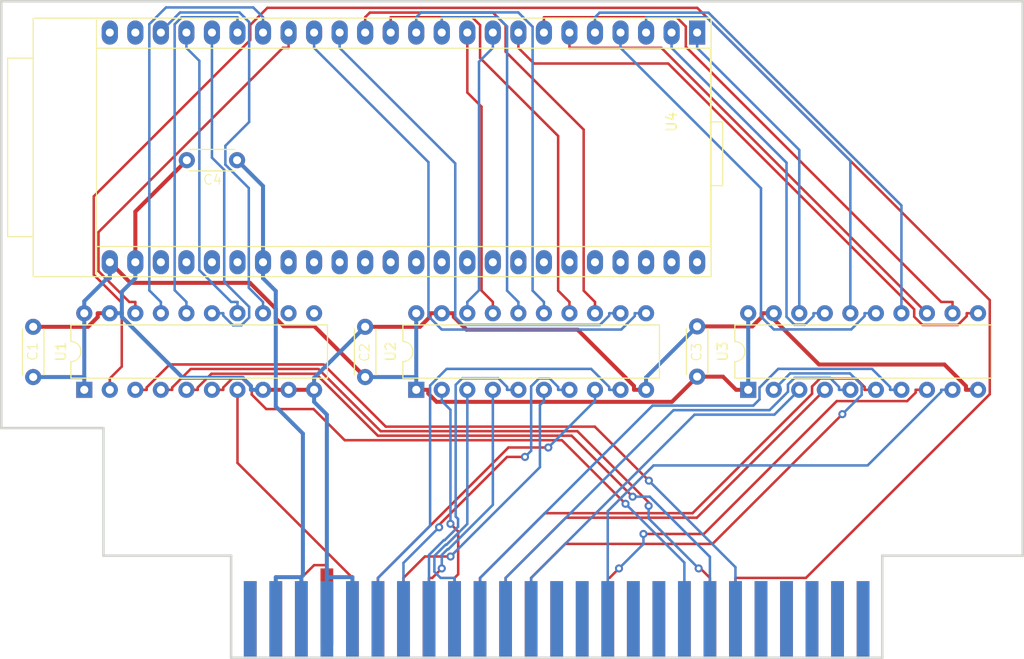
<source format=kicad_pcb>
(kicad_pcb (version 20211014) (generator pcbnew)
  (title_block (title "MSX-IDE 2021") (date "2021-08-05") (company "MSXmakers"))
  (layers (0 "F.Cu" signal "Top") (31 "B.Cu" signal "Bottom") (34 "B.Paste" user) (35 "F.Paste" user) (36 "B.SilkS" user "B.Silkscreen") (37 "F.SilkS" user "F.Silkscreen") (38 "B.Mask" user) (39 "F.Mask" user) (44 "Edge.Cuts" user))
  (net 0 "")
  (net 1 "+3.3V")
  (net 2 "GND")
  (net 5 "Net-(U1-Pad13)")
  (net 6 "Net-(U1-Pad14)")
  (net 7 "Net-(U1-Pad15)")
  (net 8 "Net-(U1-Pad16)")
  (net 9 "Net-(U1-Pad17)")
  (net 10 "Net-(U1-Pad18)")
  (net 11 "Net-(U2-Pad11)")
  (net 12 "Net-(U2-Pad12)")
  (net 13 "Net-(U2-Pad13)")
  (net 14 "Net-(U2-Pad14)")
  (net 15 "Net-(U2-Pad15)")
  (net 16 "Net-(U2-Pad16)")
  (net 17 "Net-(U2-Pad17)")
  (net 18 "Net-(U2-Pad18)")
  (net 19 "Net-(U3-Pad11)")
  (net 20 "Net-(U3-Pad12)")
  (net 21 "Net-(U3-Pad13)")
  (net 22 "Net-(U3-Pad14)")
  (net 23 "Net-(U3-Pad15)")
  (net 24 "Net-(U3-Pad16)")
  (net 25 "Net-(U3-Pad17)")
  (net 26 "Net-(U3-Pad18)")
  (net 33 "+5V")
  (net 45 "Net-(CON1-Pad44)")
  (net 71 "A0")
  (net 75 "MERQ")
  (net 76 "IORQ")
  (net 77 "RD")
  (net 78 "WR")
  (net 79 "RESET")
  (net 80 "CLOCK")
  (net 81 "D0")
  (net 82 "D1")
  (net 83 "D2")
  (net 84 "D3")
  (net 85 "D4")
  (net 86 "D5")
  (net 87 "D6")
  (net 88 "D7")
  (net 89 "A1")
  (net 90 "A2")
  (net 91 "A3")
  (net 92 "A4")
  (net 93 "A5")
  (net 94 "A6")
  (net 95 "A7")
  (footprint "Mis_huellas:C_Disc_D4.3mm_W1.9mm_P5.00mm" (layer "F.Cu") (at 125.73 115.53 90)
    (fp_text reference "C3")
    (fp_text value "100n" hide)
  )
  (footprint "Mis_huellas:C_Disc_D4.3mm_W1.9mm_P5.00mm" (layer "F.Cu") (at 59.69 115.57 90)
    (fp_text reference "C1")
    (fp_text value "100n" hide)
  )
  (footprint "Package_DIP:DIP-20_W7.62mm" (layer "F.Cu") (at 64.77 116.84 90)
    (fp_text reference "U1")
    (fp_text value "SN74LVC245AN")
  )
  (footprint "Mis_huellas:CARTRIDGE_MSX" (layer "F.Cu") (at 111.76 139.065)
    (fp_text reference "CON1" hide)
    (fp_text value "MSX-CONNECTOR" hide)
    (fp_line (start 32.385 -5.715) (end 32.385 4.445) (layer "Edge.Cuts") (width 0.254))
    (fp_line (start -32.385 4.445) (end -32.385 -5.715) (layer "Edge.Cuts") (width 0.254))
    (fp_line (start -55.245 -18.415) (end -55.245 -60.9) (layer "Edge.Cuts") (width 0.254))
    (fp_line (start 46.355 -60.9) (end 46.355 -5.715) (layer "Edge.Cuts") (width 0.254))
    (fp_line (start 46.355 -5.715) (end 32.385 -5.715) (layer "Edge.Cuts") (width 0.254))
    (fp_line (start 32.385 4.445) (end -32.385 4.445) (layer "Edge.Cuts") (width 0.254))
    (fp_line (start -55.24 -60.9) (end 46.35 -60.9) (layer "Edge.Cuts") (width 0.254))
    (fp_line (start -32.385 -5.715) (end -45.085 -5.715) (layer "Edge.Cuts") (width 0.254))
    (fp_line (start -45.085 -5.715) (end -45.085 -18.415) (layer "Edge.Cuts") (width 0.254))
    (fp_line (start -45.085 -18.415) (end -55.245 -18.415) (layer "Edge.Cuts") (width 0.254))
  )
  (footprint "Mis_huellas:Tang_Nano_9k" (layer "F.Cu") (at 125.73 81.28 -90)
    (fp_text reference "U4")
    (fp_text value "Tang_Nano_9k")
  )
  (footprint "Mis_huellas:C_Disc_D4.3mm_W1.9mm_P5.00mm" (layer "F.Cu") (at 92.71 115.57 90)
    (fp_text reference "C2")
    (fp_text value "100n" hide)
  )
  (footprint "Mis_huellas:C_Disc_D4.3mm_W1.9mm_P5.00mm" (layer "F.Cu") (at 79.97 93.98 180)
    (fp_text reference "C4")
    (fp_text value "100n" hide)
  )
  (footprint "Package_DIP:DIP-20_W7.62mm" (layer "F.Cu") (at 130.81 116.84 90)
    (fp_text reference "U3")
    (fp_text value "SN74LVC245AN")
  )
  (footprint "Package_DIP:DIP-20_W7.62mm" (layer "F.Cu") (at 97.79 116.84 90)
    (fp_text reference "U2")
    (fp_text value "SN74LVC245AN")
  )
  (segment (start 97.79 116.84) (end 98.9901 116.84) (width 0.4) (layer "F.Cu") (net 1))
  (segment (start 129.61 116.84) (end 128.3 115.53) (width 0.4) (layer "F.Cu") (net 1))
  (segment (start 84.606 110.512) (end 83.82 109.726) (width 0.4) (layer "F.Cu") (net 1))
  (segment (start 83.82 109.726) (end 83.82 108.766) (width 0.4) (layer "F.Cu") (net 1))
  (segment (start 123.22 118.04) (end 125.73 115.53) (width 0.4) (layer "F.Cu") (net 1))
  (segment (start 98.9901 116.84) (end 98.9901 117.215) (width 0.4) (layer "F.Cu") (net 1))
  (segment (start 128.3 115.53) (end 125.73 115.53) (width 0.4) (layer "F.Cu") (net 1))
  (segment (start 69.3649 106.195) (end 67.31 104.14) (width 0.4) (layer "F.Cu") (net 1))
  (segment (start 81.2487 106.195) (end 69.3649 106.195) (width 0.4) (layer "F.Cu") (net 1))
  (segment (start 99.8151 118.04) (end 123.22 118.04) (width 0.4) (layer "F.Cu") (net 1))
  (segment (start 130.81 116.84) (end 129.61 116.84) (width 0.4) (layer "F.Cu") (net 1))
  (segment (start 83.82 108.766) (end 81.2487 106.195) (width 0.4) (layer "F.Cu") (net 1))
  (segment (start 87.6519 110.512) (end 84.606 110.512) (width 0.4) (layer "F.Cu") (net 1))
  (segment (start 98.9901 117.215) (end 99.8151 118.04) (width 0.4) (layer "F.Cu") (net 1))
  (segment (start 92.71 115.57) (end 87.6519 110.512) (width 0.4) (layer "F.Cu") (net 1))
  (segment (start 67.31 104.14) (end 67.31 105.74) (width 0.4) (layer "B.Cu") (net 1))
  (segment (start 67.0498 105.74) (end 64.77 108.02) (width 0.4) (layer "B.Cu") (net 1))
  (segment (start 64.77 109.22) (end 64.77 115.57) (width 0.4) (layer "B.Cu") (net 1))
  (segment (start 97.79 115.57) (end 97.79 116.84) (width 0.4) (layer "B.Cu") (net 1))
  (segment (start 67.31 105.74) (end 67.0498 105.74) (width 0.4) (layer "B.Cu") (net 1))
  (segment (start 130.81 109.22) (end 130.81 116.84) (width 0.4) (layer "B.Cu") (net 1))
  (segment (start 97.79 109.22) (end 97.79 115.57) (width 0.4) (layer "B.Cu") (net 1))
  (segment (start 97.79 115.57) (end 92.71 115.57) (width 0.4) (layer "B.Cu") (net 1))
  (segment (start 64.77 115.57) (end 59.69 115.57) (width 0.4) (layer "B.Cu") (net 1))
  (segment (start 64.77 115.57) (end 64.77 116.84) (width 0.4) (layer "B.Cu") (net 1))
  (segment (start 64.77 108.02) (end 64.77 109.22) (width 0.4) (layer "B.Cu") (net 1))
  (segment (start 69.85 104.14) (end 69.85 99.1) (width 0.4) (layer "F.Cu") (net 2))
  (segment (start 100.33 109.22) (end 101.53 109.22) (width 0.4) (layer "F.Cu") (net 2))
  (segment (start 65.1349 110.57) (end 59.69 110.57) (width 0.4) (layer "F.Cu") (net 2))
  (segment (start 132.15 109.593) (end 132.15 109.22) (width 0.4) (layer "F.Cu") (net 2))
  (segment (start 125.73 110.53) (end 131.213 110.53) (width 0.4) (layer "F.Cu") (net 2))
  (segment (start 152.47 116.467) (end 150.326 114.323) (width 0.4) (layer "F.Cu") (net 2))
  (segment (start 102.789 110.852) (end 113.837 110.852) (width 0.4) (layer "F.Cu") (net 2))
  (segment (start 87.63 116.84) (end 85.09 116.84) (width 0.4) (layer "F.Cu") (net 2))
  (segment (start 99.1299 109.595) (end 98.1549 110.57) (width 0.4) (layer "F.Cu") (net 2))
  (segment (start 66.1099 109.595) (end 65.1349 110.57) (width 0.4) (layer "F.Cu") (net 2))
  (segment (start 101.53 109.593) (end 102.789 110.852) (width 0.4) (layer "F.Cu") (net 2))
  (segment (start 131.213 110.53) (end 132.15 109.593) (width 0.4) (layer "F.Cu") (net 2))
  (segment (start 85.09 116.84) (end 82.55 116.84) (width 0.4) (layer "F.Cu") (net 2))
  (segment (start 119.45 116.465) (end 119.45 116.84) (width 0.4) (layer "F.Cu") (net 2))
  (segment (start 67.31 109.22) (end 66.1099 109.22) (width 0.4) (layer "F.Cu") (net 2))
  (segment (start 153.67 116.84) (end 152.47 116.84) (width 0.4) (layer "F.Cu") (net 2))
  (segment (start 113.837 110.852) (end 119.45 116.465) (width 0.4) (layer "F.Cu") (net 2))
  (segment (start 150.326 114.323) (end 137.853 114.323) (width 0.4) (layer "F.Cu") (net 2))
  (segment (start 98.1549 110.57) (end 92.71 110.57) (width 0.4) (layer "F.Cu") (net 2))
  (segment (start 137.853 114.323) (end 132.75 109.22) (width 0.4) (layer "F.Cu") (net 2))
  (segment (start 119.45 116.84) (end 120.65 116.84) (width 0.4) (layer "F.Cu") (net 2))
  (segment (start 66.1099 109.22) (end 66.1099 109.595) (width 0.4) (layer "F.Cu") (net 2))
  (segment (start 152.47 116.84) (end 152.47 116.467) (width 0.4) (layer "F.Cu") (net 2))
  (segment (start 99.1299 109.22) (end 99.1299 109.595) (width 0.4) (layer "F.Cu") (net 2))
  (segment (start 100.33 109.22) (end 99.1299 109.22) (width 0.4) (layer "F.Cu") (net 2))
  (segment (start 132.15 109.22) (end 132.75 109.22) (width 0.4) (layer "F.Cu") (net 2))
  (segment (start 69.85 99.1) (end 74.97 93.98) (width 0.4) (layer "F.Cu") (net 2))
  (segment (start 101.53 109.22) (end 101.53 109.593) (width 0.4) (layer "F.Cu") (net 2))
  (segment (start 133.35 109.22) (end 132.75 109.22) (width 0.4) (layer "F.Cu") (net 2))
  (segment (start 120.65 116.84) (end 120.65 115.61) (width 0.4) (layer "B.Cu") (net 2))
  (segment (start 87.63 116.84) (end 87.63 115.64) (width 0.4) (layer "B.Cu") (net 2))
  (segment (start 68.5101 107.08) (end 68.5101 109.22) (width 0.4) (layer "B.Cu") (net 2))
  (segment (start 91.44 135.49) (end 88.9 135.49) (width 0.4) (layer "B.Cu") (net 2))
  (segment (start 74.557 115.64) (end 68.5101 109.593) (width 0.4) (layer "B.Cu") (net 2))
  (segment (start 88.9 139.7) (end 88.9 135.49) (width 0.4) (layer "B.Cu") (net 2))
  (segment (start 81.3499 116.465) (end 80.5249 115.64) (width 0.4) (layer "B.Cu") (net 2))
  (segment (start 91.44 139.7) (end 91.44 135.49) (width 0.4) (layer "B.Cu") (net 2))
  (segment (start 69.85 105.74) (end 68.5101 107.08) (width 0.4) (layer "B.Cu") (net 2))
  (segment (start 68.5101 109.593) (end 68.5101 109.22) (width 0.4) (layer "B.Cu") (net 2))
  (segment (start 88.9 119.31) (end 87.63 118.04) (width 0.4) (layer "B.Cu") (net 2))
  (segment (start 67.31 109.22) (end 68.5101 109.22) (width 0.4) (layer "B.Cu") (net 2))
  (segment (start 87.63 118.04) (end 87.63 116.84) (width 0.4) (layer "B.Cu") (net 2))
  (segment (start 120.65 115.61) (end 125.73 110.53) (width 0.4) (layer "B.Cu") (net 2))
  (segment (start 87.63 115.64) (end 87.6401 115.64) (width 0.4) (layer "B.Cu") (net 2))
  (segment (start 80.5249 115.64) (end 74.557 115.64) (width 0.4) (layer "B.Cu") (net 2))
  (segment (start 69.85 104.14) (end 69.85 105.74) (width 0.4) (layer "B.Cu") (net 2))
  (segment (start 87.6401 115.64) (end 92.71 110.57) (width 0.4) (layer "B.Cu") (net 2))
  (segment (start 88.9 135.49) (end 88.9 119.31) (width 0.4) (layer "B.Cu") (net 2))
  (segment (start 81.3499 116.84) (end 81.3499 116.465) (width 0.4) (layer "B.Cu") (net 2))
  (segment (start 82.55 116.84) (end 81.3499 116.84) (width 0.4) (layer "B.Cu") (net 2))
  (segment (start 82.55 108.095) (end 81.1352 106.68) (width 0.25) (layer "B.Cu") (net 5))
  (segment (start 81.1352 106.68) (end 81.1352 96.7585) (width 0.25) (layer "B.Cu") (net 5))
  (segment (start 81.1715 90.1853) (end 81.1715 80.2415) (width 0.25) (layer "B.Cu") (net 5))
  (segment (start 81.1352 96.7585) (end 78.8035 94.4268) (width 0.25) (layer "B.Cu") (net 5))
  (segment (start 82.55 109.22) (end 82.55 108.095) (width 0.25) (layer "B.Cu") (net 5))
  (segment (start 81.1715 80.2415) (end 80.2093 79.2793) (width 0.25) (layer "B.Cu") (net 5))
  (segment (start 78.8035 92.5533) (end 81.1715 90.1853) (width 0.25) (layer "B.Cu") (net 5))
  (segment (start 74.2939 79.2793) (end 72.39 81.1832) (width 0.25) (layer "B.Cu") (net 5))
  (segment (start 72.39 81.1832) (end 72.39 81.28) (width 0.25) (layer "B.Cu") (net 5))
  (segment (start 78.8035 94.4268) (end 78.8035 92.5533) (width 0.25) (layer "B.Cu") (net 5))
  (segment (start 80.2093 79.2793) (end 74.2939 79.2793) (width 0.25) (layer "B.Cu") (net 5))
  (segment (start 76.218 104.934) (end 76.218 84.0931) (width 0.25) (layer "B.Cu") (net 6))
  (segment (start 80.01 108.095) (end 79.379 108.095) (width 0.25) (layer "B.Cu") (net 6))
  (segment (start 79.379 108.095) (end 76.218 104.934) (width 0.25) (layer "B.Cu") (net 6))
  (segment (start 76.218 84.0931) (end 74.93 82.8051) (width 0.25) (layer "B.Cu") (net 6))
  (segment (start 74.93 82.8051) (end 74.93 81.28) (width 0.25) (layer "B.Cu") (net 6))
  (segment (start 80.01 109.22) (end 80.01 108.095) (width 0.25) (layer "B.Cu") (net 6))
  (segment (start 79.5593 110.417) (end 78.5951 109.453) (width 0.25) (layer "B.Cu") (net 7))
  (segment (start 77.47 93.7299) (end 78.691 94.9509) (width 0.25) (layer "B.Cu") (net 7))
  (segment (start 77.47 81.28) (end 77.47 93.7299) (width 0.25) (layer "B.Cu") (net 7))
  (segment (start 78.691 106.101) (end 81.1715 108.582) (width 0.25) (layer "B.Cu") (net 7))
  (segment (start 78.5951 109.453) (end 78.5951 109.22) (width 0.25) (layer "B.Cu") (net 7))
  (segment (start 78.5951 109.22) (end 77.47 109.22) (width 0.25) (layer "B.Cu") (net 7))
  (segment (start 81.1715 109.65) (end 80.4042 110.417) (width 0.25) (layer "B.Cu") (net 7))
  (segment (start 80.4042 110.417) (end 79.5593 110.417) (width 0.25) (layer "B.Cu") (net 7))
  (segment (start 78.691 94.9509) (end 78.691 106.101) (width 0.25) (layer "B.Cu") (net 7))
  (segment (start 81.1715 108.582) (end 81.1715 109.65) (width 0.25) (layer "B.Cu") (net 7))
  (segment (start 74.93 109.22) (end 74.93 108.095) (width 0.25) (layer "B.Cu") (net 8))
  (segment (start 74.4637 79.7549) (end 80.01 79.7549) (width 0.25) (layer "B.Cu") (net 8))
  (segment (start 73.7617 106.927) (end 73.7617 80.4569) (width 0.25) (layer "B.Cu") (net 8))
  (segment (start 73.7617 80.4569) (end 74.4637 79.7549) (width 0.25) (layer "B.Cu") (net 8))
  (segment (start 80.01 79.7549) (end 80.01 81.28) (width 0.25) (layer "B.Cu") (net 8))
  (segment (start 74.93 108.095) (end 73.7617 106.927) (width 0.25) (layer "B.Cu") (net 8))
  (segment (start 71.2405 80.4383) (end 72.9003 78.7785) (width 0.25) (layer "B.Cu") (net 9))
  (segment (start 72.39 108.095) (end 71.2405 106.945) (width 0.25) (layer "B.Cu") (net 9))
  (segment (start 81.5736 78.7785) (end 82.55 79.7549) (width 0.25) (layer "B.Cu") (net 9))
  (segment (start 72.9003 78.7785) (end 81.5736 78.7785) (width 0.25) (layer "B.Cu") (net 9))
  (segment (start 71.2405 106.945) (end 71.2405 80.4383) (width 0.25) (layer "B.Cu") (net 9))
  (segment (start 82.55 79.7549) (end 82.55 81.28) (width 0.25) (layer "B.Cu") (net 9))
  (segment (start 72.39 109.22) (end 72.39 108.095) (width 0.25) (layer "B.Cu") (net 9))
  (segment (start 66.1848 101.138) (end 84.5181 82.8051) (width 0.25) (layer "F.Cu") (net 10))
  (segment (start 66.1848 105.03) (end 66.1848 101.138) (width 0.25) (layer "F.Cu") (net 10))
  (segment (start 84.5181 82.8051) (end 85.09 82.8051) (width 0.25) (layer "F.Cu") (net 10))
  (segment (start 69.85 109.22) (end 69.85 108.095) (width 0.25) (layer "F.Cu") (net 10))
  (segment (start 69.2497 108.095) (end 66.1848 105.03) (width 0.25) (layer "F.Cu") (net 10))
  (segment (start 69.85 108.095) (end 69.2497 108.095) (width 0.25) (layer "F.Cu") (net 10))
  (segment (start 85.09 82.8051) (end 85.09 81.28) (width 0.25) (layer "F.Cu") (net 10))
  (segment (start 118.182 110.844) (end 119.525 109.501) (width 0.25) (layer "B.Cu") (net 11))
  (segment (start 87.63 82.8051) (end 99.0055 94.1806) (width 0.25) (layer "B.Cu") (net 11))
  (segment (start 100.328 110.844) (end 118.182 110.844) (width 0.25) (layer "B.Cu") (net 11))
  (segment (start 119.525 109.22) (end 120.65 109.22) (width 0.25) (layer "B.Cu") (net 11))
  (segment (start 87.63 81.28) (end 87.63 82.8051) (width 0.25) (layer "B.Cu") (net 11))
  (segment (start 99.0055 94.1806) (end 99.0055 109.521) (width 0.25) (layer "B.Cu") (net 11))
  (segment (start 119.525 109.501) (end 119.525 109.22) (width 0.25) (layer "B.Cu") (net 11))
  (segment (start 99.0055 109.521) (end 100.328 110.844) (width 0.25) (layer "B.Cu") (net 11))
  (segment (start 102.431 110.379) (end 116.059 110.379) (width 0.25) (layer "B.Cu") (net 12))
  (segment (start 90.17 82.8051) (end 101.67 94.3055) (width 0.25) (layer "B.Cu") (net 12))
  (segment (start 116.059 110.379) (end 116.985 109.453) (width 0.25) (layer "B.Cu") (net 12))
  (segment (start 116.985 109.453) (end 116.985 109.22) (width 0.25) (layer "B.Cu") (net 12))
  (segment (start 101.67 94.3055) (end 101.67 109.618) (width 0.25) (layer "B.Cu") (net 12))
  (segment (start 90.17 81.28) (end 90.17 82.8051) (width 0.25) (layer "B.Cu") (net 12))
  (segment (start 116.985 109.22) (end 118.11 109.22) (width 0.25) (layer "B.Cu") (net 12))
  (segment (start 101.67 109.618) (end 102.431 110.379) (width 0.25) (layer "B.Cu") (net 12))
  (segment (start 92.71 79.7549) (end 93.174 79.2909) (width 0.25) (layer "F.Cu") (net 13))
  (segment (start 106.68 80.55) (end 106.68 83.178) (width 0.25) (layer "F.Cu") (net 13))
  (segment (start 105.421 79.2909) (end 106.68 80.55) (width 0.25) (layer "F.Cu") (net 13))
  (segment (start 106.68 83.178) (end 114.445 90.9429) (width 0.25) (layer "F.Cu") (net 13))
  (segment (start 115.57 108.095) (end 115.57 109.22) (width 0.25) (layer "F.Cu") (net 13))
  (segment (start 92.71 81.28) (end 92.71 79.7549) (width 0.25) (layer "F.Cu") (net 13))
  (segment (start 114.445 90.9429) (end 114.445 106.97) (width 0.25) (layer "F.Cu") (net 13))
  (segment (start 114.445 106.97) (end 115.57 108.095) (width 0.25) (layer "F.Cu") (net 13))
  (segment (start 93.174 79.2909) (end 105.421 79.2909) (width 0.25) (layer "F.Cu") (net 13))
  (segment (start 104.14 80.5387) (end 104.14 83.8091) (width 0.25) (layer "F.Cu") (net 14))
  (segment (start 111.905 91.574) (end 111.905 106.97) (width 0.25) (layer "F.Cu") (net 14))
  (segment (start 111.905 106.97) (end 113.03 108.095) (width 0.25) (layer "F.Cu") (net 14))
  (segment (start 95.25 81.28) (end 95.25 79.7549) (width 0.25) (layer "F.Cu") (net 14))
  (segment (start 113.03 108.095) (end 113.03 109.22) (width 0.25) (layer "F.Cu") (net 14))
  (segment (start 95.25 79.7549) (end 103.356 79.7549) (width 0.25) (layer "F.Cu") (net 14))
  (segment (start 103.356 79.7549) (end 104.14 80.5387) (width 0.25) (layer "F.Cu") (net 14))
  (segment (start 104.14 83.8091) (end 111.905 91.574) (width 0.25) (layer "F.Cu") (net 14))
  (segment (start 97.79 79.7549) (end 98.2713 79.2736) (width 0.25) (layer "B.Cu") (net 15))
  (segment (start 97.79 81.28) (end 97.79 79.7549) (width 0.25) (layer "B.Cu") (net 15))
  (segment (start 109.365 106.97) (end 110.49 108.095) (width 0.25) (layer "B.Cu") (net 15))
  (segment (start 110.49 108.095) (end 110.49 109.22) (width 0.25) (layer "B.Cu") (net 15))
  (segment (start 107.937 79.2736) (end 109.365 80.7018) (width 0.25) (layer "B.Cu") (net 15))
  (segment (start 98.2713 79.2736) (end 107.937 79.2736) (width 0.25) (layer "B.Cu") (net 15))
  (segment (start 109.365 80.7018) (end 109.365 106.97) (width 0.25) (layer "B.Cu") (net 15))
  (segment (start 106.825 80.6729) (end 106.825 106.97) (width 0.25) (layer "B.Cu") (net 16))
  (segment (start 100.33 79.7549) (end 105.907 79.7549) (width 0.25) (layer "B.Cu") (net 16))
  (segment (start 105.907 79.7549) (end 106.825 80.6729) (width 0.25) (layer "B.Cu") (net 16))
  (segment (start 106.825 106.97) (end 107.95 108.095) (width 0.25) (layer "B.Cu") (net 16))
  (segment (start 107.95 108.095) (end 107.95 109.22) (width 0.25) (layer "B.Cu") (net 16))
  (segment (start 100.33 81.28) (end 100.33 79.7549) (width 0.25) (layer "B.Cu") (net 16))
  (segment (start 104.285 88.6632) (end 102.87 87.2483) (width 0.25) (layer "F.Cu") (net 17))
  (segment (start 105.41 109.22) (end 105.41 108.095) (width 0.25) (layer "F.Cu") (net 17))
  (segment (start 104.285 106.97) (end 104.285 88.6632) (width 0.25) (layer "F.Cu") (net 17))
  (segment (start 105.41 108.095) (end 104.285 106.97) (width 0.25) (layer "F.Cu") (net 17))
  (segment (start 102.87 87.2483) (end 102.87 81.28) (width 0.25) (layer "F.Cu") (net 17))
  (segment (start 104.034 84.1811) (end 105.41 82.8051) (width 0.25) (layer "B.Cu") (net 18))
  (segment (start 102.87 109.22) (end 102.87 108.095) (width 0.25) (layer "B.Cu") (net 18))
  (segment (start 105.41 82.8051) (end 105.41 81.28) (width 0.25) (layer "B.Cu") (net 18))
  (segment (start 102.87 108.095) (end 104.034 106.931) (width 0.25) (layer "B.Cu") (net 18))
  (segment (start 104.034 106.931) (end 104.034 84.1811) (width 0.25) (layer "B.Cu") (net 18))
  (segment (start 107.95 82.8051) (end 109.506 84.3614) (width 0.25) (layer "F.Cu") (net 19))
  (segment (start 151.662 110.385) (end 152.545 109.501) (width 0.25) (layer "F.Cu") (net 19))
  (segment (start 122.852 84.3614) (end 147.32 108.83) (width 0.25) (layer "F.Cu") (net 19))
  (segment (start 147.32 109.565) (end 148.14 110.385) (width 0.25) (layer "F.Cu") (net 19))
  (segment (start 147.32 108.83) (end 147.32 109.565) (width 0.25) (layer "F.Cu") (net 19))
  (segment (start 148.14 110.385) (end 151.662 110.385) (width 0.25) (layer "F.Cu") (net 19))
  (segment (start 152.545 109.22) (end 153.67 109.22) (width 0.25) (layer "F.Cu") (net 19))
  (segment (start 109.506 84.3614) (end 122.852 84.3614) (width 0.25) (layer "F.Cu") (net 19))
  (segment (start 152.545 109.501) (end 152.545 109.22) (width 0.25) (layer "F.Cu") (net 19))
  (segment (start 107.95 81.28) (end 107.95 82.8051) (width 0.25) (layer "F.Cu") (net 19))
  (segment (start 124.605 80.6735) (end 124.605 82.6948) (width 0.25) (layer "F.Cu") (net 20))
  (segment (start 110.49 81.28) (end 110.49 79.7549) (width 0.25) (layer "F.Cu") (net 20))
  (segment (start 110.49 79.7549) (end 123.686 79.7549) (width 0.25) (layer "F.Cu") (net 20))
  (segment (start 150.005 108.095) (end 151.13 108.095) (width 0.25) (layer "F.Cu") (net 20))
  (segment (start 124.605 82.6948) (end 150.005 108.095) (width 0.25) (layer "F.Cu") (net 20))
  (segment (start 151.13 108.095) (end 151.13 109.22) (width 0.25) (layer "F.Cu") (net 20))
  (segment (start 123.686 79.7549) (end 124.605 80.6735) (width 0.25) (layer "F.Cu") (net 20))
  (segment (start 113.03 81.28) (end 113.03 82.8051) (width 0.25) (layer "F.Cu") (net 21))
  (segment (start 113.03 82.8051) (end 122.175 82.8051) (width 0.25) (layer "F.Cu") (net 21))
  (segment (start 122.175 82.8051) (end 148.59 109.22) (width 0.25) (layer "F.Cu") (net 21))
  (segment (start 115.57 81.28) (end 115.57 79.7549) (width 0.25) (layer "B.Cu") (net 22))
  (segment (start 126.856 79.2975) (end 146.05 98.4912) (width 0.25) (layer "B.Cu") (net 22))
  (segment (start 146.05 98.4912) (end 146.05 109.22) (width 0.25) (layer "B.Cu") (net 22))
  (segment (start 116.027 79.2975) (end 126.856 79.2975) (width 0.25) (layer "B.Cu") (net 22))
  (segment (start 115.57 79.7549) (end 116.027 79.2975) (width 0.25) (layer "B.Cu") (net 22))
  (segment (start 132.08 96.7751) (end 132.08 109.557) (width 0.25) (layer "B.Cu") (net 23))
  (segment (start 141.058 110.829) (end 142.385 109.501) (width 0.25) (layer "B.Cu") (net 23))
  (segment (start 142.385 109.22) (end 143.51 109.22) (width 0.25) (layer "B.Cu") (net 23))
  (segment (start 118.11 82.8051) (end 132.08 96.7751) (width 0.25) (layer "B.Cu") (net 23))
  (segment (start 142.385 109.501) (end 142.385 109.22) (width 0.25) (layer "B.Cu") (net 23))
  (segment (start 133.352 110.829) (end 141.058 110.829) (width 0.25) (layer "B.Cu") (net 23))
  (segment (start 132.08 109.557) (end 133.352 110.829) (width 0.25) (layer "B.Cu") (net 23))
  (segment (start 118.11 81.28) (end 118.11 82.8051) (width 0.25) (layer "B.Cu") (net 23))
  (segment (start 126.677 79.7549) (end 140.97 94.0478) (width 0.25) (layer "B.Cu") (net 24))
  (segment (start 120.65 81.28) (end 120.65 79.7549) (width 0.25) (layer "B.Cu") (net 24))
  (segment (start 140.97 94.0478) (end 140.97 109.22) (width 0.25) (layer "B.Cu") (net 24))
  (segment (start 120.65 79.7549) (end 126.677 79.7549) (width 0.25) (layer "B.Cu") (net 24))
  (segment (start 137.305 109.501) (end 137.305 109.22) (width 0.25) (layer "B.Cu") (net 25))
  (segment (start 134.62 109.578) (end 135.403 110.36) (width 0.25) (layer "B.Cu") (net 25))
  (segment (start 137.305 109.22) (end 138.43 109.22) (width 0.25) (layer "B.Cu") (net 25))
  (segment (start 135.403 110.36) (end 136.446 110.36) (width 0.25) (layer "B.Cu") (net 25))
  (segment (start 123.19 82.8051) (end 134.62 94.2351) (width 0.25) (layer "B.Cu") (net 25))
  (segment (start 134.62 94.2351) (end 134.62 109.578) (width 0.25) (layer "B.Cu") (net 25))
  (segment (start 123.19 81.28) (end 123.19 82.8051) (width 0.25) (layer "B.Cu") (net 25))
  (segment (start 136.446 110.36) (end 137.305 109.501) (width 0.25) (layer "B.Cu") (net 25))
  (segment (start 135.89 92.9651) (end 135.89 109.22) (width 0.25) (layer "B.Cu") (net 26))
  (segment (start 125.73 81.28) (end 125.73 82.8051) (width 0.25) (layer "B.Cu") (net 26))
  (segment (start 125.73 82.8051) (end 135.89 92.9651) (width 0.25) (layer "B.Cu") (net 26))
  (segment (start 86.5172 135.333) (end 86.36 135.49) (width 0.4) (layer "B.Cu") (net 33))
  (segment (start 83.82 107.01) (end 83.82 118.503) (width 0.4) (layer "B.Cu") (net 33))
  (segment (start 86.36 135.49) (end 86.36 139.7) (width 0.4) (layer "B.Cu") (net 33))
  (segment (start 83.82 139.7) (end 83.82 135.49) (width 0.4) (layer "B.Cu") (net 33))
  (segment (start 82.55 104.14) (end 82.55 105.74) (width 0.4) (layer "B.Cu") (net 33))
  (segment (start 83.82 118.503) (end 86.5172 121.2) (width 0.4) (layer "B.Cu") (net 33))
  (segment (start 82.55 105.74) (end 83.82 107.01) (width 0.4) (layer "B.Cu") (net 33))
  (segment (start 86.5172 121.2) (end 86.5172 135.333) (width 0.4) (layer "B.Cu") (net 33))
  (segment (start 82.55 104.14) (end 82.55 96.56) (width 0.4) (layer "B.Cu") (net 33))
  (segment (start 82.55 96.56) (end 79.97 93.98) (width 0.4) (layer "B.Cu") (net 33))
  (segment (start 83.82 135.49) (end 86.36 135.49) (width 0.4) (layer "B.Cu") (net 33))
  (segment (start 88.9 138.43) (end 88.9 134.295) (width 0.25) (layer "F.Cu") (net 45))
  (segment (start 88.9 134.295) (end 87.63 134.295) (width 0.25) (layer "F.Cu") (net 45))
  (segment (start 87.63 134.295) (end 86.36 135.565) (width 0.25) (layer "F.Cu") (net 45))
  (segment (start 86.36 135.565) (end 86.36 139.7) (width 0.25) (layer "F.Cu") (net 45))
  (segment (start 112.604 132.18) (end 109.22 135.565) (width 0.25) (layer "F.Cu") (net 71))
  (segment (start 140.176 119.266) (end 127.262 132.18) (width 0.25) (layer "F.Cu") (net 71))
  (segment (start 127.262 132.18) (end 112.604 132.18) (width 0.25) (layer "F.Cu") (net 71))
  (segment (start 109.22 135.565) (end 109.22 139.7) (width 0.25) (layer "F.Cu") (net 71))
  (via (at 140.176 119.266) (size 0.8) (drill 0.4) (layers "F.Cu" "B.Cu") (net 71))
  (segment (start 140.925 115.204) (end 142.095 116.374) (width 0.25) (layer "B.Cu") (net 71))
  (segment (start 142.095 117.348) (end 140.176 119.266) (width 0.25) (layer "B.Cu") (net 71))
  (segment (start 134.986 115.204) (end 140.925 115.204) (width 0.25) (layer "B.Cu") (net 71))
  (segment (start 142.095 116.374) (end 142.095 117.348) (width 0.25) (layer "B.Cu") (net 71))
  (segment (start 133.35 116.84) (end 134.986 115.204) (width 0.25) (layer "B.Cu") (net 71))
  (segment (start 68.5006 108.176) (end 65.7139 105.389) (width 0.25) (layer "F.Cu") (net 75))
  (segment (start 81.28 80.5233) (end 82.984 78.8193) (width 0.25) (layer "F.Cu") (net 75))
  (segment (start 81.28 82.0207) (end 81.28 80.5233) (width 0.25) (layer "F.Cu") (net 75))
  (segment (start 68.5006 114.524) (end 68.5006 108.176) (width 0.25) (layer "F.Cu") (net 75))
  (segment (start 125.743 78.8193) (end 154.839 107.915) (width 0.25) (layer "F.Cu") (net 75))
  (segment (start 67.31 116.84) (end 67.31 115.715) (width 0.25) (layer "F.Cu") (net 75))
  (segment (start 129.54 135.565) (end 129.54 139.7) (width 0.25) (layer "F.Cu") (net 75))
  (segment (start 65.7139 105.389) (end 65.7139 97.5868) (width 0.25) (layer "F.Cu") (net 75))
  (segment (start 65.7139 97.5868) (end 81.28 82.0207) (width 0.25) (layer "F.Cu") (net 75))
  (segment (start 136.55 135.565) (end 129.54 135.565) (width 0.25) (layer "F.Cu") (net 75))
  (segment (start 154.839 107.915) (end 154.839 117.276) (width 0.25) (layer "F.Cu") (net 75))
  (segment (start 154.839 117.276) (end 136.55 135.565) (width 0.25) (layer "F.Cu") (net 75))
  (segment (start 67.31 115.715) (end 68.5006 114.524) (width 0.25) (layer "F.Cu") (net 75))
  (segment (start 82.984 78.8193) (end 125.743 78.8193) (width 0.25) (layer "F.Cu") (net 75))
  (segment (start 120.928 125.884) (end 115.552 120.509) (width 0.25) (layer "F.Cu") (net 76))
  (segment (start 115.552 120.509) (end 94.7597 120.509) (width 0.25) (layer "F.Cu") (net 76))
  (segment (start 88.5679 114.317) (end 73.2649 114.317) (width 0.25) (layer "F.Cu") (net 76))
  (segment (start 73.2649 114.317) (end 70.9751 116.607) (width 0.25) (layer "F.Cu") (net 76))
  (segment (start 94.7597 120.509) (end 88.5679 114.317) (width 0.25) (layer "F.Cu") (net 76))
  (segment (start 70.9751 116.84) (end 69.85 116.84) (width 0.25) (layer "F.Cu") (net 76))
  (segment (start 70.9751 116.607) (end 70.9751 116.84) (width 0.25) (layer "F.Cu") (net 76))
  (via (at 120.928 125.884) (size 0.8) (drill 0.4) (layers "F.Cu" "B.Cu") (net 76))
  (segment (start 129.54 139.7) (end 129.54 134.497) (width 0.25) (layer "B.Cu") (net 76))
  (segment (start 129.54 134.497) (end 120.928 125.884) (width 0.25) (layer "B.Cu") (net 76))
  (segment (start 88.0633 114.767) (end 75.3547 114.767) (width 0.25) (layer "F.Cu") (net 77))
  (segment (start 73.5151 116.607) (end 73.5151 116.84) (width 0.25) (layer "F.Cu") (net 77))
  (segment (start 75.3547 114.767) (end 73.5151 116.607) (width 0.25) (layer "F.Cu") (net 77))
  (segment (start 94.255 120.959) (end 88.0633 114.767) (width 0.25) (layer "F.Cu") (net 77))
  (segment (start 73.5151 116.84) (end 72.39 116.84) (width 0.25) (layer "F.Cu") (net 77))
  (segment (start 127 135.565) (end 127 139.7) (width 0.25) (layer "F.Cu") (net 77))
  (segment (start 120.906 128.397) (end 120.906 128.046) (width 0.25) (layer "F.Cu") (net 77))
  (segment (start 126.055 134.62) (end 127 135.565) (width 0.25) (layer "F.Cu") (net 77))
  (segment (start 120.906 128.046) (end 113.819 120.959) (width 0.25) (layer "F.Cu") (net 77))
  (segment (start 125.882 134.62) (end 126.055 134.62) (width 0.25) (layer "F.Cu") (net 77))
  (segment (start 113.819 120.959) (end 94.255 120.959) (width 0.25) (layer "F.Cu") (net 77))
  (via (at 120.906 128.397) (size 0.8) (drill 0.4) (layers "F.Cu" "B.Cu") (net 77))
  (via (at 125.882 134.62) (size 0.8) (drill 0.4) (layers "F.Cu" "B.Cu") (net 77))
  (segment (start 120.906 128.397) (end 120.906 129.644) (width 0.25) (layer "B.Cu") (net 77))
  (segment (start 120.906 129.644) (end 125.882 134.62) (width 0.25) (layer "B.Cu") (net 77))
  (segment (start 93.9694 121.409) (end 87.8035 115.243) (width 0.25) (layer "F.Cu") (net 78))
  (segment (start 76.0551 116.84) (end 74.93 116.84) (width 0.25) (layer "F.Cu") (net 78))
  (segment (start 87.8035 115.243) (end 77.4188 115.243) (width 0.25) (layer "F.Cu") (net 78))
  (segment (start 113.244 121.409) (end 93.9694 121.409) (width 0.25) (layer "F.Cu") (net 78))
  (segment (start 77.4188 115.243) (end 76.0551 116.607) (width 0.25) (layer "F.Cu") (net 78))
  (segment (start 76.0551 116.607) (end 76.0551 116.84) (width 0.25) (layer "F.Cu") (net 78))
  (segment (start 119.314 127.479) (end 113.244 121.409) (width 0.25) (layer "F.Cu") (net 78))
  (via (at 119.314 127.479) (size 0.8) (drill 0.4) (layers "F.Cu" "B.Cu") (net 78))
  (segment (start 127 133.465) (end 127 139.7) (width 0.25) (layer "B.Cu") (net 78))
  (segment (start 119.314 127.479) (end 121.014 127.479) (width 0.25) (layer "B.Cu") (net 78))
  (segment (start 121.014 127.479) (end 127 133.465) (width 0.25) (layer "B.Cu") (net 78))
  (segment (start 112.279 121.859) (end 90.676 121.859) (width 0.25) (layer "F.Cu") (net 79))
  (segment (start 78.5951 116.607) (end 78.5951 116.84) (width 0.25) (layer "F.Cu") (net 79))
  (segment (start 118.606 128.186) (end 112.279 121.859) (width 0.25) (layer "F.Cu") (net 79))
  (segment (start 87.5743 118.757) (end 82.8712 118.757) (width 0.25) (layer "F.Cu") (net 79))
  (segment (start 90.676 121.859) (end 87.5743 118.757) (width 0.25) (layer "F.Cu") (net 79))
  (segment (start 79.4871 115.715) (end 78.5951 116.607) (width 0.25) (layer "F.Cu") (net 79))
  (segment (start 80.4841 115.715) (end 79.4871 115.715) (width 0.25) (layer "F.Cu") (net 79))
  (segment (start 78.5951 116.84) (end 77.47 116.84) (width 0.25) (layer "F.Cu") (net 79))
  (segment (start 81.4248 116.656) (end 80.4841 115.715) (width 0.25) (layer "F.Cu") (net 79))
  (segment (start 82.8712 118.757) (end 81.4248 117.311) (width 0.25) (layer "F.Cu") (net 79))
  (segment (start 81.4248 117.311) (end 81.4248 116.656) (width 0.25) (layer "F.Cu") (net 79))
  (via (at 118.606 128.186) (size 0.8) (drill 0.4) (layers "F.Cu" "B.Cu") (net 79))
  (segment (start 118.606 128.186) (end 124.46 134.04) (width 0.25) (layer "B.Cu") (net 79))
  (segment (start 124.46 134.04) (end 124.46 139.7) (width 0.25) (layer "B.Cu") (net 79))
  (segment (start 91.44 135.55) (end 80.01 124.12) (width 0.25) (layer "F.Cu") (net 80))
  (segment (start 91.44 139.7) (end 91.44 135.55) (width 0.25) (layer "F.Cu") (net 80))
  (segment (start 80.01 124.12) (end 80.01 116.84) (width 0.25) (layer "F.Cu") (net 80))
  (segment (start 101.963 130.949) (end 101.193 130.18) (width 0.25) (layer "F.Cu") (net 81))
  (segment (start 101.963 135.202) (end 101.963 130.949) (width 0.25) (layer "F.Cu") (net 81))
  (segment (start 101.6 139.7) (end 101.6 135.565) (width 0.25) (layer "F.Cu") (net 81))
  (segment (start 101.6 135.565) (end 101.963 135.202) (width 0.25) (layer "F.Cu") (net 81))
  (via (at 101.193 130.18) (size 0.8) (drill 0.4) (layers "F.Cu" "B.Cu") (net 81))
  (segment (start 101.193 118.828) (end 101.193 130.18) (width 0.25) (layer "B.Cu") (net 81))
  (segment (start 100.33 116.84) (end 100.33 117.965) (width 0.25) (layer "B.Cu") (net 81))
  (segment (start 100.33 117.965) (end 101.193 118.828) (width 0.25) (layer "B.Cu") (net 81))
  (segment (start 100.209 135.565) (end 101.6 135.565) (width 0.25) (layer "B.Cu") (net 82))
  (segment (start 101.6 135.565) (end 101.6 139.7) (width 0.25) (layer "B.Cu") (net 82))
  (segment (start 102.87 116.84) (end 102.87 130.193) (width 0.25) (layer "B.Cu") (net 82))
  (segment (start 100.806 132.258) (end 100.718 132.258) (width 0.25) (layer "B.Cu") (net 82))
  (segment (start 102.87 130.193) (end 100.806 132.258) (width 0.25) (layer "B.Cu") (net 82))
  (segment (start 99.5954 133.38) (end 99.5954 134.951) (width 0.25) (layer "B.Cu") (net 82))
  (segment (start 100.718 132.258) (end 99.5954 133.38) (width 0.25) (layer "B.Cu") (net 82))
  (segment (start 99.5954 134.951) (end 100.209 135.565) (width 0.25) (layer "B.Cu") (net 82))
  (segment (start 99.3851 135.565) (end 100.33 134.62) (width 0.25) (layer "F.Cu") (net 83))
  (segment (start 99.06 135.565) (end 99.3851 135.565) (width 0.25) (layer "F.Cu") (net 83))
  (segment (start 99.06 139.7) (end 99.06 135.565) (width 0.25) (layer "F.Cu") (net 83))
  (via (at 100.33 134.62) (size 0.8) (drill 0.4) (layers "F.Cu" "B.Cu") (net 83))
  (segment (start 105.41 116.84) (end 105.41 128.29) (width 0.25) (layer "B.Cu") (net 83))
  (segment (start 100.992 132.708) (end 100.905 132.708) (width 0.25) (layer "B.Cu") (net 83))
  (segment (start 105.41 128.29) (end 100.992 132.708) (width 0.25) (layer "B.Cu") (net 83))
  (segment (start 100.905 132.708) (end 100.33 133.282) (width 0.25) (layer "B.Cu") (net 83))
  (segment (start 100.33 133.282) (end 100.33 134.62) (width 0.25) (layer "B.Cu") (net 83))
  (segment (start 100.619 131.807) (end 100.532 131.807) (width 0.25) (layer "B.Cu") (net 84))
  (segment (start 106.825 116.84) (end 106.825 116.559) (width 0.25) (layer "B.Cu") (net 84))
  (segment (start 102.366 115.694) (end 101.712 116.348) (width 0.25) (layer "B.Cu") (net 84))
  (segment (start 99.06 133.279) (end 99.06 139.7) (width 0.25) (layer "B.Cu") (net 84))
  (segment (start 101.712 129.454) (end 101.949 129.691) (width 0.25) (layer "B.Cu") (net 84))
  (segment (start 101.949 129.691) (end 101.949 130.478) (width 0.25) (layer "B.Cu") (net 84))
  (segment (start 105.961 115.694) (end 102.366 115.694) (width 0.25) (layer "B.Cu") (net 84))
  (segment (start 106.825 116.559) (end 105.961 115.694) (width 0.25) (layer "B.Cu") (net 84))
  (segment (start 101.949 130.478) (end 100.619 131.807) (width 0.25) (layer "B.Cu") (net 84))
  (segment (start 107.95 116.84) (end 106.825 116.84) (width 0.25) (layer "B.Cu") (net 84))
  (segment (start 100.532 131.807) (end 99.06 133.279) (width 0.25) (layer "B.Cu") (net 84))
  (segment (start 101.712 116.348) (end 101.712 129.454) (width 0.25) (layer "B.Cu") (net 84))
  (segment (start 96.52 139.7) (end 96.52 135.565) (width 0.25) (layer "F.Cu") (net 85))
  (segment (start 98.6522 133.433) (end 101.205 133.433) (width 0.25) (layer "F.Cu") (net 85))
  (segment (start 96.52 135.565) (end 98.6522 133.433) (width 0.25) (layer "F.Cu") (net 85))
  (via (at 101.205 133.433) (size 0.8) (drill 0.4) (layers "F.Cu" "B.Cu") (net 85))
  (segment (start 110.49 116.84) (end 110.49 117.965) (width 0.25) (layer "B.Cu") (net 85))
  (segment (start 110.093 118.362) (end 110.093 124.544) (width 0.25) (layer "B.Cu") (net 85))
  (segment (start 110.49 117.965) (end 110.093 118.362) (width 0.25) (layer "B.Cu") (net 85))
  (segment (start 110.093 124.544) (end 101.205 133.433) (width 0.25) (layer "B.Cu") (net 85))
  (segment (start 106.826 123.52) (end 100.066 130.281) (width 0.25) (layer "F.Cu") (net 86))
  (segment (start 100.066 130.281) (end 100.066 130.525) (width 0.25) (layer "F.Cu") (net 86))
  (segment (start 108.607 123.52) (end 106.826 123.52) (width 0.25) (layer "F.Cu") (net 86))
  (via (at 100.066 130.525) (size 0.8) (drill 0.4) (layers "F.Cu" "B.Cu") (net 86))
  (via (at 108.607 123.52) (size 0.8) (drill 0.4) (layers "F.Cu" "B.Cu") (net 86))
  (segment (start 111.905 116.84) (end 111.905 116.559) (width 0.25) (layer "B.Cu") (net 86))
  (segment (start 111.055 115.708) (end 110.004 115.708) (width 0.25) (layer "B.Cu") (net 86))
  (segment (start 109.22 122.908) (end 108.607 123.52) (width 0.25) (layer "B.Cu") (net 86))
  (segment (start 96.52 139.7) (end 96.52 134.07) (width 0.25) (layer "B.Cu") (net 86))
  (segment (start 113.03 116.84) (end 111.905 116.84) (width 0.25) (layer "B.Cu") (net 86))
  (segment (start 110.004 115.708) (end 109.22 116.493) (width 0.25) (layer "B.Cu") (net 86))
  (segment (start 109.22 116.493) (end 109.22 122.908) (width 0.25) (layer "B.Cu") (net 86))
  (segment (start 96.52 134.07) (end 100.066 130.525) (width 0.25) (layer "B.Cu") (net 86))
  (segment (start 111.905 116.559) (end 111.055 115.708) (width 0.25) (layer "B.Cu") (net 86))
  (segment (start 106.961 122.584) (end 110.923 122.584) (width 0.25) (layer "F.Cu") (net 87))
  (segment (start 93.98 139.7) (end 93.98 135.565) (width 0.25) (layer "F.Cu") (net 87))
  (segment (start 93.98 135.565) (end 106.961 122.584) (width 0.25) (layer "F.Cu") (net 87))
  (via (at 110.923 122.584) (size 0.8) (drill 0.4) (layers "F.Cu" "B.Cu") (net 87))
  (segment (start 115.57 117.965) (end 115.542 117.965) (width 0.25) (layer "B.Cu") (net 87))
  (segment (start 115.57 116.84) (end 115.57 117.965) (width 0.25) (layer "B.Cu") (net 87))
  (segment (start 115.542 117.965) (end 110.923 122.584) (width 0.25) (layer "B.Cu") (net 87))
  (segment (start 115.184 114.758) (end 116.985 116.559) (width 0.25) (layer "B.Cu") (net 88))
  (segment (start 116.985 116.84) (end 118.11 116.84) (width 0.25) (layer "B.Cu") (net 88))
  (segment (start 99.1681 130.377) (end 99.1681 116.405) (width 0.25) (layer "B.Cu") (net 88))
  (segment (start 100.815 114.758) (end 115.184 114.758) (width 0.25) (layer "B.Cu") (net 88))
  (segment (start 93.98 139.7) (end 93.98 135.565) (width 0.25) (layer "B.Cu") (net 88))
  (segment (start 99.1681 116.405) (end 100.815 114.758) (width 0.25) (layer "B.Cu") (net 88))
  (segment (start 116.985 116.559) (end 116.985 116.84) (width 0.25) (layer "B.Cu") (net 88))
  (segment (start 93.98 135.565) (end 99.1681 130.377) (width 0.25) (layer "B.Cu") (net 88))
  (segment (start 133.414 119.316) (end 135.89 116.84) (width 0.25) (layer "B.Cu") (net 89))
  (segment (start 125.469 119.316) (end 133.414 119.316) (width 0.25) (layer "B.Cu") (net 89))
  (segment (start 109.22 139.7) (end 109.22 135.565) (width 0.25) (layer "B.Cu") (net 89))
  (segment (start 109.22 135.565) (end 125.469 119.316) (width 0.25) (layer "B.Cu") (net 89))
  (segment (start 106.68 135.565) (end 112.672 129.572) (width 0.25) (layer "F.Cu") (net 90))
  (segment (start 125.698 129.572) (end 138.43 116.84) (width 0.25) (layer "F.Cu") (net 90))
  (segment (start 106.68 139.7) (end 106.68 135.565) (width 0.25) (layer "F.Cu") (net 90))
  (segment (start 112.672 129.572) (end 125.698 129.572) (width 0.25) (layer "F.Cu") (net 90))
  (segment (start 140.97 116.84) (end 139.845 116.84) (width 0.25) (layer "B.Cu") (net 91))
  (segment (start 138.94 115.654) (end 135.417 115.654) (width 0.25) (layer "B.Cu") (net 91))
  (segment (start 123.379 118.866) (end 106.68 135.565) (width 0.25) (layer "B.Cu") (net 91))
  (segment (start 134.765 116.306) (end 134.765 117.032) (width 0.25) (layer "B.Cu") (net 91))
  (segment (start 139.845 116.84) (end 139.845 116.559) (width 0.25) (layer "B.Cu") (net 91))
  (segment (start 134.765 117.032) (end 132.931 118.866) (width 0.25) (layer "B.Cu") (net 91))
  (segment (start 139.845 116.559) (end 138.94 115.654) (width 0.25) (layer "B.Cu") (net 91))
  (segment (start 106.68 135.565) (end 106.68 139.7) (width 0.25) (layer "B.Cu") (net 91))
  (segment (start 135.417 115.654) (end 134.765 116.306) (width 0.25) (layer "B.Cu") (net 91))
  (segment (start 132.931 118.866) (end 123.379 118.866) (width 0.25) (layer "B.Cu") (net 91))
  (segment (start 137.16 117.232) (end 125.27 129.122) (width 0.25) (layer "F.Cu") (net 92))
  (segment (start 143.51 116.84) (end 142.385 116.84) (width 0.25) (layer "F.Cu") (net 92))
  (segment (start 141.531 115.704) (end 137.963 115.704) (width 0.25) (layer "F.Cu") (net 92))
  (segment (start 142.385 116.84) (end 142.385 116.559) (width 0.25) (layer "F.Cu") (net 92))
  (segment (start 104.14 135.565) (end 104.14 139.7) (width 0.25) (layer "F.Cu") (net 92))
  (segment (start 110.583 129.122) (end 104.14 135.565) (width 0.25) (layer "F.Cu") (net 92))
  (segment (start 125.27 129.122) (end 110.583 129.122) (width 0.25) (layer "F.Cu") (net 92))
  (segment (start 137.963 115.704) (end 137.16 116.507) (width 0.25) (layer "F.Cu") (net 92))
  (segment (start 137.16 116.507) (end 137.16 117.232) (width 0.25) (layer "F.Cu") (net 92))
  (segment (start 142.385 116.559) (end 141.531 115.704) (width 0.25) (layer "F.Cu") (net 92))
  (segment (start 131.316 118.415) (end 121.29 118.415) (width 0.25) (layer "B.Cu") (net 93))
  (segment (start 131.935 116.618) (end 131.935 117.796) (width 0.25) (layer "B.Cu") (net 93))
  (segment (start 146.05 116.84) (end 144.925 116.84) (width 0.25) (layer "B.Cu") (net 93))
  (segment (start 121.29 118.415) (end 104.14 135.565) (width 0.25) (layer "B.Cu") (net 93))
  (segment (start 133.799 114.754) (end 131.935 116.618) (width 0.25) (layer "B.Cu") (net 93))
  (segment (start 131.935 117.796) (end 131.316 118.415) (width 0.25) (layer "B.Cu") (net 93))
  (segment (start 104.14 135.565) (end 104.14 139.7) (width 0.25) (layer "B.Cu") (net 93))
  (segment (start 143.12 114.754) (end 133.799 114.754) (width 0.25) (layer "B.Cu") (net 93))
  (segment (start 144.925 116.84) (end 144.925 116.559) (width 0.25) (layer "B.Cu") (net 93))
  (segment (start 144.925 116.559) (end 143.12 114.754) (width 0.25) (layer "B.Cu") (net 93))
  (segment (start 148.59 116.84) (end 147.465 116.84) (width 0.25) (layer "F.Cu") (net 94))
  (segment (start 126.391 131.19) (end 120.39 131.19) (width 0.25) (layer "F.Cu") (net 94))
  (segment (start 117.0131 135.5649) (end 116.84 135.5649) (width 0.25) (layer "F.Cu") (net 94))
  (segment (start 139.616 117.965) (end 126.391 131.19) (width 0.25) (layer "F.Cu") (net 94))
  (segment (start 146.621 117.965) (end 139.616 117.965) (width 0.25) (layer "F.Cu") (net 94))
  (segment (start 147.465 116.84) (end 147.465 117.121) (width 0.25) (layer "F.Cu") (net 94))
  (segment (start 117.958 134.62) (end 117.0131 135.5649) (width 0.25) (layer "F.Cu") (net 94))
  (segment (start 116.84 139.7) (end 116.84 135.5649) (width 0.25) (layer "F.Cu") (net 94))
  (segment (start 147.465 117.121) (end 146.621 117.965) (width 0.25) (layer "F.Cu") (net 94))
  (via (at 120.39 131.19) (size 0.8) (drill 0.4) (layers "F.Cu" "B.Cu") (net 94))
  (via (at 117.958 134.62) (size 0.8) (drill 0.4) (layers "F.Cu" "B.Cu") (net 94))
  (segment (start 120.39 132.188) (end 120.39 131.19) (width 0.25) (layer "B.Cu") (net 94))
  (segment (start 117.958 134.62) (end 120.39 132.188) (width 0.25) (layer "B.Cu") (net 94))
  (segment (start 116.84 139.7) (end 116.84 128.927) (width 0.25) (layer "B.Cu") (net 95))
  (segment (start 116.84 128.927) (end 121.398 124.369) (width 0.25) (layer "B.Cu") (net 95))
  (segment (start 150.005 117.051) (end 150.005 116.84) (width 0.25) (layer "B.Cu") (net 95))
  (segment (start 121.398 124.369) (end 142.686 124.369) (width 0.25) (layer "B.Cu") (net 95))
  (segment (start 150.005 116.84) (end 151.13 116.84) (width 0.25) (layer "B.Cu") (net 95))
  (segment (start 142.686 124.369) (end 150.005 117.051) (width 0.25) (layer "B.Cu") (net 95))
)
</source>
